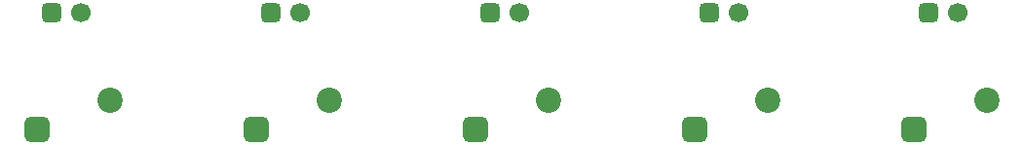
<source format=gbr>
%TF.GenerationSoftware,KiCad,Pcbnew,7.0.6*%
%TF.CreationDate,2023-10-13T04:00:25-07:00*%
%TF.ProjectId,SAL-FP_Keyboard,53414c2d-4650-45f4-9b65-79626f617264,A*%
%TF.SameCoordinates,PX8be9df0PY734a290*%
%TF.FileFunction,Copper,L1,Top*%
%TF.FilePolarity,Positive*%
%FSLAX46Y46*%
G04 Gerber Fmt 4.6, Leading zero omitted, Abs format (unit mm)*
G04 Created by KiCad (PCBNEW 7.0.6) date 2023-10-13 04:00:25*
%MOMM*%
%LPD*%
G01*
G04 APERTURE LIST*
G04 Aperture macros list*
%AMRoundRect*
0 Rectangle with rounded corners*
0 $1 Rounding radius*
0 $2 $3 $4 $5 $6 $7 $8 $9 X,Y pos of 4 corners*
0 Add a 4 corners polygon primitive as box body*
4,1,4,$2,$3,$4,$5,$6,$7,$8,$9,$2,$3,0*
0 Add four circle primitives for the rounded corners*
1,1,$1+$1,$2,$3*
1,1,$1+$1,$4,$5*
1,1,$1+$1,$6,$7*
1,1,$1+$1,$8,$9*
0 Add four rect primitives between the rounded corners*
20,1,$1+$1,$2,$3,$4,$5,0*
20,1,$1+$1,$4,$5,$6,$7,0*
20,1,$1+$1,$6,$7,$8,$9,0*
20,1,$1+$1,$8,$9,$2,$3,0*%
G04 Aperture macros list end*
%TA.AperFunction,ComponentPad*%
%ADD10C,1.700000*%
%TD*%
%TA.AperFunction,ComponentPad*%
%ADD11RoundRect,0.425000X0.425000X0.425000X-0.425000X0.425000X-0.425000X-0.425000X0.425000X-0.425000X0*%
%TD*%
%TA.AperFunction,ComponentPad*%
%ADD12C,2.200000*%
%TD*%
%TA.AperFunction,ComponentPad*%
%ADD13RoundRect,0.550000X0.550000X0.550000X-0.550000X0.550000X-0.550000X-0.550000X0.550000X-0.550000X0*%
%TD*%
G04 APERTURE END LIST*
D10*
%TO.P,SW5,4,A*%
%TO.N,VCC*%
X-14630000Y-9920000D03*
D11*
%TO.P,SW5,3,K*%
%TO.N,/LED6*%
X-17170000Y-9920000D03*
D12*
%TO.P,SW5,2,2*%
%TO.N,GND*%
X-12090000Y-17540000D03*
D13*
%TO.P,SW5,1,1*%
%TO.N,/F5*%
X-18440000Y-20080000D03*
%TD*%
%TO.P,SW3,1,1*%
%TO.N,/F6*%
X-56540000Y-20080000D03*
D12*
%TO.P,SW3,2,2*%
%TO.N,GND*%
X-50190000Y-17540000D03*
D11*
%TO.P,SW3,3,K*%
%TO.N,/LED4*%
X-55270000Y-9920000D03*
D10*
%TO.P,SW3,4,A*%
%TO.N,VCC*%
X-52730000Y-9920000D03*
%TD*%
D13*
%TO.P,SW4,1,1*%
%TO.N,/F4*%
X-37490000Y-20080000D03*
D12*
%TO.P,SW4,2,2*%
%TO.N,GND*%
X-31140000Y-17540000D03*
D11*
%TO.P,SW4,3,K*%
%TO.N,/LED5*%
X-36220000Y-9920000D03*
D10*
%TO.P,SW4,4,A*%
%TO.N,VCC*%
X-33680000Y-9920000D03*
%TD*%
D13*
%TO.P,SW2,1,1*%
%TO.N,/F7*%
X-75590000Y-20080000D03*
D12*
%TO.P,SW2,2,2*%
%TO.N,GND*%
X-69240000Y-17540000D03*
D11*
%TO.P,SW2,3,K*%
%TO.N,/LED3*%
X-74320000Y-9920000D03*
D10*
%TO.P,SW2,4,A*%
%TO.N,VCC*%
X-71780000Y-9920000D03*
%TD*%
D13*
%TO.P,SW1,1,1*%
%TO.N,/B1*%
X-94640000Y-20080000D03*
D12*
%TO.P,SW1,2,2*%
%TO.N,GND*%
X-88290000Y-17540000D03*
D11*
%TO.P,SW1,3,K*%
%TO.N,/LED2*%
X-93370000Y-9920000D03*
D10*
%TO.P,SW1,4,A*%
%TO.N,VCC*%
X-90830000Y-9920000D03*
%TD*%
M02*

</source>
